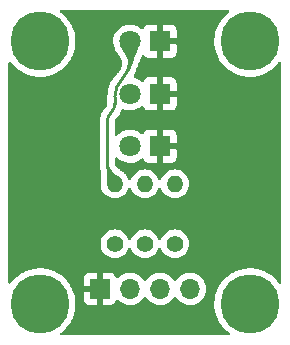
<source format=gbr>
%TF.GenerationSoftware,KiCad,Pcbnew,6.0.5-a6ca702e91~116~ubuntu20.04.1*%
%TF.CreationDate,2022-05-07T15:00:13+03:00*%
%TF.ProjectId,traffic_light_for_arduino,74726166-6669-4635-9f6c-696768745f66,rev?*%
%TF.SameCoordinates,Original*%
%TF.FileFunction,Copper,L2,Bot*%
%TF.FilePolarity,Positive*%
%FSLAX46Y46*%
G04 Gerber Fmt 4.6, Leading zero omitted, Abs format (unit mm)*
G04 Created by KiCad (PCBNEW 6.0.5-a6ca702e91~116~ubuntu20.04.1) date 2022-05-07 15:00:13*
%MOMM*%
%LPD*%
G01*
G04 APERTURE LIST*
%TA.AperFunction,ComponentPad*%
%ADD10C,1.400000*%
%TD*%
%TA.AperFunction,ComponentPad*%
%ADD11O,1.400000X1.400000*%
%TD*%
%TA.AperFunction,ComponentPad*%
%ADD12C,5.000000*%
%TD*%
%TA.AperFunction,ComponentPad*%
%ADD13R,1.800000X1.800000*%
%TD*%
%TA.AperFunction,ComponentPad*%
%ADD14C,1.800000*%
%TD*%
%TA.AperFunction,ComponentPad*%
%ADD15R,1.700000X1.700000*%
%TD*%
%TA.AperFunction,ComponentPad*%
%ADD16O,1.700000X1.700000*%
%TD*%
%TA.AperFunction,Conductor*%
%ADD17C,0.250000*%
%TD*%
G04 APERTURE END LIST*
D10*
%TO.P,R3,1*%
%TO.N,Net-(J1-Pad4)*%
X151130000Y-104140000D03*
D11*
%TO.P,R3,2*%
%TO.N,Net-(D3-Pad2)*%
X151130000Y-99060000D03*
%TD*%
D12*
%TO.P,H4,1*%
%TO.N,N/C*%
X157480000Y-86995000D03*
%TD*%
%TO.P,H3,1*%
%TO.N,N/C*%
X139700000Y-86995000D03*
%TD*%
D13*
%TO.P,D3,1,K*%
%TO.N,Net-(D1-Pad1)*%
X149860000Y-95885000D03*
D14*
%TO.P,D3,2,A*%
%TO.N,Net-(D3-Pad2)*%
X147320000Y-95885000D03*
%TD*%
D13*
%TO.P,D2,1,K*%
%TO.N,Net-(D1-Pad1)*%
X149860000Y-91440000D03*
D14*
%TO.P,D2,2,A*%
%TO.N,Net-(D2-Pad2)*%
X147320000Y-91440000D03*
%TD*%
D10*
%TO.P,R2,1*%
%TO.N,Net-(J1-Pad3)*%
X148590000Y-104140000D03*
D11*
%TO.P,R2,2*%
%TO.N,Net-(D2-Pad2)*%
X148590000Y-99060000D03*
%TD*%
D12*
%TO.P,H2,1*%
%TO.N,N/C*%
X139700000Y-109220000D03*
%TD*%
%TO.P,H1,1*%
%TO.N,N/C*%
X157480000Y-109220000D03*
%TD*%
D10*
%TO.P,R1,1*%
%TO.N,Net-(J1-Pad2)*%
X146050000Y-104140000D03*
D11*
%TO.P,R1,2*%
%TO.N,Net-(D1-Pad2)*%
X146050000Y-99060000D03*
%TD*%
D13*
%TO.P,D1,1,K*%
%TO.N,Net-(D1-Pad1)*%
X149860000Y-86995000D03*
D14*
%TO.P,D1,2,A*%
%TO.N,Net-(D1-Pad2)*%
X147320000Y-86995000D03*
%TD*%
D15*
%TO.P,J1,1,Pin_1*%
%TO.N,Net-(D1-Pad1)*%
X144780000Y-107950000D03*
D16*
%TO.P,J1,2,Pin_2*%
%TO.N,Net-(J1-Pad2)*%
X147320000Y-107950000D03*
%TO.P,J1,3,Pin_3*%
%TO.N,Net-(J1-Pad3)*%
X149860000Y-107950000D03*
%TO.P,J1,4,Pin_4*%
%TO.N,Net-(J1-Pad4)*%
X152400000Y-107950000D03*
%TD*%
D17*
%TO.N,Net-(D1-Pad2)*%
X145415000Y-97340987D02*
X145415000Y-93794012D01*
X146050000Y-92260987D02*
X146050000Y-91703025D01*
X146050000Y-98742500D02*
X146050000Y-99060000D01*
X147320000Y-88636974D02*
X147320000Y-86995000D01*
X145732500Y-98107500D02*
X145825493Y-98200493D01*
X146050011Y-91703025D02*
G75*
G02*
X146685000Y-90170000I2167989J25D01*
G01*
X146685008Y-90170008D02*
G75*
G03*
X147320000Y-88636974I-1533008J1533008D01*
G01*
X146050003Y-98742500D02*
G75*
G03*
X145825492Y-98200494I-766503J0D01*
G01*
X145732496Y-98107504D02*
G75*
G02*
X145415000Y-97340987I766504J766504D01*
G01*
X145415006Y-93794012D02*
G75*
G02*
X145732500Y-93027500I1083994J12D01*
G01*
X145732504Y-93027504D02*
G75*
G03*
X146050000Y-92260987I-766504J766504D01*
G01*
%TD*%
%TA.AperFunction,Conductor*%
%TO.N,Net-(D1-Pad2)*%
G36*
X147328433Y-86553769D02*
G01*
X148124418Y-87381496D01*
X148127683Y-87389835D01*
X148126572Y-87394586D01*
X148008336Y-87645921D01*
X147910400Y-87868676D01*
X147830101Y-88065585D01*
X147761350Y-88246665D01*
X147698054Y-88421934D01*
X147651184Y-88553521D01*
X147634155Y-88601328D01*
X147634125Y-88601411D01*
X147563498Y-88795037D01*
X147563432Y-88795213D01*
X147480045Y-89012944D01*
X147479960Y-89013160D01*
X147377662Y-89265176D01*
X147377571Y-89265393D01*
X147294436Y-89458912D01*
X147254914Y-89550909D01*
X147248500Y-89557158D01*
X147239445Y-89556997D01*
X147031579Y-89465384D01*
X147025391Y-89458912D01*
X147025333Y-89450599D01*
X147122927Y-89188351D01*
X147173168Y-88951585D01*
X147177303Y-88795213D01*
X147178678Y-88743215D01*
X147178678Y-88743213D01*
X147178693Y-88742641D01*
X147145986Y-88553521D01*
X147081532Y-88376228D01*
X146991814Y-88202767D01*
X146883318Y-88025141D01*
X146762589Y-87835450D01*
X146762459Y-87835240D01*
X146636101Y-87625694D01*
X146635777Y-87625122D01*
X146513956Y-87394780D01*
X146513118Y-87385864D01*
X146515866Y-87381200D01*
X147311567Y-86553769D01*
X147319771Y-86550181D01*
X147328433Y-86553769D01*
G37*
%TD.AperFunction*%
%TD*%
%TA.AperFunction,Conductor*%
%TO.N,Net-(D1-Pad2)*%
G36*
X145547201Y-97478242D02*
G01*
X145551604Y-97485151D01*
X145592298Y-97676458D01*
X145592483Y-97676918D01*
X145592484Y-97676922D01*
X145626259Y-97761003D01*
X145655565Y-97833961D01*
X145655891Y-97834454D01*
X145655893Y-97834457D01*
X145736219Y-97955765D01*
X145736541Y-97956251D01*
X145832633Y-98052590D01*
X145941246Y-98132240D01*
X145941450Y-98132364D01*
X145941454Y-98132367D01*
X146059786Y-98204462D01*
X146059788Y-98204463D01*
X146185430Y-98278383D01*
X146185887Y-98278666D01*
X146315823Y-98363375D01*
X146316712Y-98364016D01*
X146448473Y-98468729D01*
X146449554Y-98469703D01*
X146575254Y-98598074D01*
X146578593Y-98606383D01*
X146577116Y-98611951D01*
X146145166Y-99387799D01*
X146138148Y-99393361D01*
X146128858Y-99392100D01*
X145369852Y-98929772D01*
X145364569Y-98922542D01*
X145364418Y-98917738D01*
X145392988Y-98756583D01*
X145393013Y-98756444D01*
X145412017Y-98611091D01*
X145412030Y-98610914D01*
X145421129Y-98483134D01*
X145421130Y-98483119D01*
X145421144Y-98482916D01*
X145421505Y-98365285D01*
X145421383Y-98363375D01*
X145414221Y-98251718D01*
X145414211Y-98251560D01*
X145400371Y-98135105D01*
X145381096Y-98009286D01*
X145357503Y-97867502D01*
X145357512Y-97867463D01*
X145357497Y-97867465D01*
X145352115Y-97834457D01*
X145330684Y-97703008D01*
X145303510Y-97520949D01*
X145305678Y-97512261D01*
X145313454Y-97507636D01*
X145473419Y-97485152D01*
X145538533Y-97476000D01*
X145547201Y-97478242D01*
G37*
%TD.AperFunction*%
%TD*%
%TA.AperFunction,Conductor*%
%TO.N,Net-(D1-Pad1)*%
G36*
X155705768Y-84348502D02*
G01*
X155752261Y-84402158D01*
X155762365Y-84472432D01*
X155732871Y-84537012D01*
X155716427Y-84552834D01*
X155463509Y-84755459D01*
X155219466Y-85002071D01*
X155217225Y-85004929D01*
X155160732Y-85076978D01*
X155005386Y-85275098D01*
X155003493Y-85278187D01*
X155003491Y-85278190D01*
X154957233Y-85353676D01*
X154824105Y-85570921D01*
X154822580Y-85574206D01*
X154822578Y-85574210D01*
X154762262Y-85704150D01*
X154678027Y-85885620D01*
X154569087Y-86215023D01*
X154568351Y-86218578D01*
X154568350Y-86218581D01*
X154501884Y-86539533D01*
X154498730Y-86554764D01*
X154467888Y-86900341D01*
X154467983Y-86903971D01*
X154467983Y-86903972D01*
X154470356Y-86994602D01*
X154476970Y-87247171D01*
X154525856Y-87590660D01*
X154613897Y-87926253D01*
X154739927Y-88249503D01*
X154741624Y-88252708D01*
X154875113Y-88504825D01*
X154902275Y-88556126D01*
X154904325Y-88559109D01*
X154904327Y-88559112D01*
X155096733Y-88839064D01*
X155096739Y-88839071D01*
X155098790Y-88842056D01*
X155326866Y-89103505D01*
X155329551Y-89105948D01*
X155539268Y-89296775D01*
X155583481Y-89337006D01*
X155865233Y-89539466D01*
X156168388Y-89708200D01*
X156488928Y-89840972D01*
X156492422Y-89841967D01*
X156492424Y-89841968D01*
X156819103Y-89935025D01*
X156819108Y-89935026D01*
X156822604Y-89936022D01*
X157019304Y-89968233D01*
X157161412Y-89991504D01*
X157161419Y-89991505D01*
X157164993Y-89992090D01*
X157338275Y-90000262D01*
X157507931Y-90008263D01*
X157507932Y-90008263D01*
X157511558Y-90008434D01*
X157520415Y-90007830D01*
X157854073Y-89985084D01*
X157854081Y-89985083D01*
X157857704Y-89984836D01*
X157861279Y-89984173D01*
X157861282Y-89984173D01*
X158195279Y-89922270D01*
X158195283Y-89922269D01*
X158198844Y-89921609D01*
X158530456Y-89819592D01*
X158848145Y-89680136D01*
X159092511Y-89537341D01*
X159144560Y-89506926D01*
X159144562Y-89506925D01*
X159147700Y-89505091D01*
X159209811Y-89458457D01*
X159422244Y-89298958D01*
X159422248Y-89298955D01*
X159425151Y-89296775D01*
X159676819Y-89057950D01*
X159899370Y-88791783D01*
X159901358Y-88788757D01*
X159901363Y-88788750D01*
X159915188Y-88767703D01*
X159969305Y-88721748D01*
X160039676Y-88712347D01*
X160103959Y-88742483D01*
X160141745Y-88802590D01*
X160146500Y-88836879D01*
X160146500Y-107383653D01*
X160126498Y-107451774D01*
X160072842Y-107498267D01*
X160002568Y-107508371D01*
X159937988Y-107478877D01*
X159918953Y-107458247D01*
X159861419Y-107379924D01*
X159802018Y-107299060D01*
X159565842Y-107044904D01*
X159302019Y-106819578D01*
X159264131Y-106794118D01*
X159114182Y-106693357D01*
X159014047Y-106626069D01*
X158948759Y-106592371D01*
X158708961Y-106468602D01*
X158705741Y-106466940D01*
X158381189Y-106344302D01*
X158377668Y-106343418D01*
X158377663Y-106343416D01*
X158216378Y-106302904D01*
X158044692Y-106259780D01*
X158022476Y-106256855D01*
X157704315Y-106214968D01*
X157704307Y-106214967D01*
X157700711Y-106214494D01*
X157556045Y-106212221D01*
X157357446Y-106209101D01*
X157357442Y-106209101D01*
X157353804Y-106209044D01*
X157350190Y-106209405D01*
X157350184Y-106209405D01*
X157106843Y-106233694D01*
X157008569Y-106243503D01*
X156669583Y-106317414D01*
X156666156Y-106318587D01*
X156666150Y-106318589D01*
X156587296Y-106345587D01*
X156341339Y-106429797D01*
X156028188Y-106579163D01*
X156025109Y-106581094D01*
X156025108Y-106581095D01*
X156007136Y-106592369D01*
X155734279Y-106763532D01*
X155731443Y-106765804D01*
X155731436Y-106765809D01*
X155529575Y-106927530D01*
X155463509Y-106980459D01*
X155219466Y-107227071D01*
X155217225Y-107229929D01*
X155160732Y-107301978D01*
X155005386Y-107500098D01*
X155003493Y-107503187D01*
X155003491Y-107503190D01*
X154957233Y-107578676D01*
X154824105Y-107795921D01*
X154822580Y-107799206D01*
X154822578Y-107799210D01*
X154783505Y-107883386D01*
X154678027Y-108110620D01*
X154569087Y-108440023D01*
X154568351Y-108443578D01*
X154568350Y-108443581D01*
X154550793Y-108528360D01*
X154498730Y-108779764D01*
X154467888Y-109125341D01*
X154467983Y-109128971D01*
X154467983Y-109128972D01*
X154470345Y-109219174D01*
X154476970Y-109472171D01*
X154525856Y-109815660D01*
X154613897Y-110151253D01*
X154739927Y-110474503D01*
X154741624Y-110477708D01*
X154875113Y-110729825D01*
X154902275Y-110781126D01*
X154904325Y-110784109D01*
X154904327Y-110784112D01*
X155096733Y-111064064D01*
X155096739Y-111064071D01*
X155098790Y-111067056D01*
X155326866Y-111328505D01*
X155329551Y-111330948D01*
X155539268Y-111521775D01*
X155583481Y-111562006D01*
X155586433Y-111564127D01*
X155717318Y-111658178D01*
X155760966Y-111714172D01*
X155767412Y-111784876D01*
X155734609Y-111847840D01*
X155672973Y-111883074D01*
X155643792Y-111886500D01*
X141537052Y-111886500D01*
X141468931Y-111866498D01*
X141422438Y-111812842D01*
X141412334Y-111742568D01*
X141441828Y-111677988D01*
X141461399Y-111659740D01*
X141642244Y-111523958D01*
X141642248Y-111523955D01*
X141645151Y-111521775D01*
X141896819Y-111282950D01*
X142119370Y-111016783D01*
X142309853Y-110726799D01*
X142438446Y-110471121D01*
X142464117Y-110420080D01*
X142464120Y-110420072D01*
X142465744Y-110416844D01*
X142584977Y-110091026D01*
X142585822Y-110087504D01*
X142585825Y-110087496D01*
X142665124Y-109757191D01*
X142665125Y-109757187D01*
X142665971Y-109753662D01*
X142700035Y-109472171D01*
X142707316Y-109412004D01*
X142707316Y-109411997D01*
X142707652Y-109409225D01*
X142713599Y-109220000D01*
X142711315Y-109180386D01*
X142693836Y-108877246D01*
X142693835Y-108877241D01*
X142693627Y-108873626D01*
X142688573Y-108844669D01*
X143422001Y-108844669D01*
X143422371Y-108851490D01*
X143427895Y-108902352D01*
X143431521Y-108917604D01*
X143476676Y-109038054D01*
X143485214Y-109053649D01*
X143561715Y-109155724D01*
X143574276Y-109168285D01*
X143676351Y-109244786D01*
X143691946Y-109253324D01*
X143812394Y-109298478D01*
X143827649Y-109302105D01*
X143878514Y-109307631D01*
X143885328Y-109308000D01*
X144507885Y-109308000D01*
X144523124Y-109303525D01*
X144524329Y-109302135D01*
X144526000Y-109294452D01*
X144526000Y-109289884D01*
X145034000Y-109289884D01*
X145038475Y-109305123D01*
X145039865Y-109306328D01*
X145047548Y-109307999D01*
X145674669Y-109307999D01*
X145681490Y-109307629D01*
X145732352Y-109302105D01*
X145747604Y-109298479D01*
X145868054Y-109253324D01*
X145883649Y-109244786D01*
X145985724Y-109168285D01*
X145998285Y-109155724D01*
X146074786Y-109053649D01*
X146083324Y-109038054D01*
X146124225Y-108928952D01*
X146166867Y-108872188D01*
X146233428Y-108847488D01*
X146302777Y-108862696D01*
X146337444Y-108890684D01*
X146362865Y-108920031D01*
X146362869Y-108920035D01*
X146366250Y-108923938D01*
X146538126Y-109066632D01*
X146731000Y-109179338D01*
X146939692Y-109259030D01*
X146944760Y-109260061D01*
X146944763Y-109260062D01*
X147052017Y-109281883D01*
X147158597Y-109303567D01*
X147163772Y-109303757D01*
X147163774Y-109303757D01*
X147376673Y-109311564D01*
X147376677Y-109311564D01*
X147381837Y-109311753D01*
X147386957Y-109311097D01*
X147386959Y-109311097D01*
X147598288Y-109284025D01*
X147598289Y-109284025D01*
X147603416Y-109283368D01*
X147608366Y-109281883D01*
X147812429Y-109220661D01*
X147812434Y-109220659D01*
X147817384Y-109219174D01*
X148017994Y-109120896D01*
X148199860Y-108991173D01*
X148358096Y-108833489D01*
X148488453Y-108652077D01*
X148489776Y-108653028D01*
X148536645Y-108609857D01*
X148606580Y-108597625D01*
X148672026Y-108625144D01*
X148699875Y-108656994D01*
X148759987Y-108755088D01*
X148906250Y-108923938D01*
X149078126Y-109066632D01*
X149271000Y-109179338D01*
X149479692Y-109259030D01*
X149484760Y-109260061D01*
X149484763Y-109260062D01*
X149592017Y-109281883D01*
X149698597Y-109303567D01*
X149703772Y-109303757D01*
X149703774Y-109303757D01*
X149916673Y-109311564D01*
X149916677Y-109311564D01*
X149921837Y-109311753D01*
X149926957Y-109311097D01*
X149926959Y-109311097D01*
X150138288Y-109284025D01*
X150138289Y-109284025D01*
X150143416Y-109283368D01*
X150148366Y-109281883D01*
X150352429Y-109220661D01*
X150352434Y-109220659D01*
X150357384Y-109219174D01*
X150557994Y-109120896D01*
X150739860Y-108991173D01*
X150898096Y-108833489D01*
X151028453Y-108652077D01*
X151029776Y-108653028D01*
X151076645Y-108609857D01*
X151146580Y-108597625D01*
X151212026Y-108625144D01*
X151239875Y-108656994D01*
X151299987Y-108755088D01*
X151446250Y-108923938D01*
X151618126Y-109066632D01*
X151811000Y-109179338D01*
X152019692Y-109259030D01*
X152024760Y-109260061D01*
X152024763Y-109260062D01*
X152132017Y-109281883D01*
X152238597Y-109303567D01*
X152243772Y-109303757D01*
X152243774Y-109303757D01*
X152456673Y-109311564D01*
X152456677Y-109311564D01*
X152461837Y-109311753D01*
X152466957Y-109311097D01*
X152466959Y-109311097D01*
X152678288Y-109284025D01*
X152678289Y-109284025D01*
X152683416Y-109283368D01*
X152688366Y-109281883D01*
X152892429Y-109220661D01*
X152892434Y-109220659D01*
X152897384Y-109219174D01*
X153097994Y-109120896D01*
X153279860Y-108991173D01*
X153438096Y-108833489D01*
X153568453Y-108652077D01*
X153589320Y-108609857D01*
X153665136Y-108456453D01*
X153665137Y-108456451D01*
X153667430Y-108451811D01*
X153732370Y-108238069D01*
X153761529Y-108016590D01*
X153763156Y-107950000D01*
X153744852Y-107727361D01*
X153690431Y-107510702D01*
X153601354Y-107305840D01*
X153480014Y-107118277D01*
X153329670Y-106953051D01*
X153325619Y-106949852D01*
X153325615Y-106949848D01*
X153158414Y-106817800D01*
X153158410Y-106817798D01*
X153154359Y-106814598D01*
X152958789Y-106706638D01*
X152953920Y-106704914D01*
X152953916Y-106704912D01*
X152753087Y-106633795D01*
X152753083Y-106633794D01*
X152748212Y-106632069D01*
X152743119Y-106631162D01*
X152743116Y-106631161D01*
X152533373Y-106593800D01*
X152533367Y-106593799D01*
X152528284Y-106592894D01*
X152454452Y-106591992D01*
X152310081Y-106590228D01*
X152310079Y-106590228D01*
X152304911Y-106590165D01*
X152084091Y-106623955D01*
X151871756Y-106693357D01*
X151673607Y-106796507D01*
X151669474Y-106799610D01*
X151669471Y-106799612D01*
X151586450Y-106861946D01*
X151494965Y-106930635D01*
X151340629Y-107092138D01*
X151233201Y-107249621D01*
X151178293Y-107294621D01*
X151107768Y-107302792D01*
X151044021Y-107271538D01*
X151023324Y-107247054D01*
X150942822Y-107122617D01*
X150942820Y-107122614D01*
X150940014Y-107118277D01*
X150789670Y-106953051D01*
X150785619Y-106949852D01*
X150785615Y-106949848D01*
X150618414Y-106817800D01*
X150618410Y-106817798D01*
X150614359Y-106814598D01*
X150418789Y-106706638D01*
X150413920Y-106704914D01*
X150413916Y-106704912D01*
X150213087Y-106633795D01*
X150213083Y-106633794D01*
X150208212Y-106632069D01*
X150203119Y-106631162D01*
X150203116Y-106631161D01*
X149993373Y-106593800D01*
X149993367Y-106593799D01*
X149988284Y-106592894D01*
X149914452Y-106591992D01*
X149770081Y-106590228D01*
X149770079Y-106590228D01*
X149764911Y-106590165D01*
X149544091Y-106623955D01*
X149331756Y-106693357D01*
X149133607Y-106796507D01*
X149129474Y-106799610D01*
X149129471Y-106799612D01*
X149046450Y-106861946D01*
X148954965Y-106930635D01*
X148800629Y-107092138D01*
X148693201Y-107249621D01*
X148638293Y-107294621D01*
X148567768Y-107302792D01*
X148504021Y-107271538D01*
X148483324Y-107247054D01*
X148402822Y-107122617D01*
X148402820Y-107122614D01*
X148400014Y-107118277D01*
X148249670Y-106953051D01*
X148245619Y-106949852D01*
X148245615Y-106949848D01*
X148078414Y-106817800D01*
X148078410Y-106817798D01*
X148074359Y-106814598D01*
X147878789Y-106706638D01*
X147873920Y-106704914D01*
X147873916Y-106704912D01*
X147673087Y-106633795D01*
X147673083Y-106633794D01*
X147668212Y-106632069D01*
X147663119Y-106631162D01*
X147663116Y-106631161D01*
X147453373Y-106593800D01*
X147453367Y-106593799D01*
X147448284Y-106592894D01*
X147374452Y-106591992D01*
X147230081Y-106590228D01*
X147230079Y-106590228D01*
X147224911Y-106590165D01*
X147004091Y-106623955D01*
X146791756Y-106693357D01*
X146593607Y-106796507D01*
X146589474Y-106799610D01*
X146589471Y-106799612D01*
X146506450Y-106861946D01*
X146414965Y-106930635D01*
X146411393Y-106934373D01*
X146333898Y-107015466D01*
X146272374Y-107050895D01*
X146201462Y-107047438D01*
X146143676Y-107006192D01*
X146124823Y-106972644D01*
X146083324Y-106861946D01*
X146074786Y-106846351D01*
X145998285Y-106744276D01*
X145985724Y-106731715D01*
X145883649Y-106655214D01*
X145868054Y-106646676D01*
X145747606Y-106601522D01*
X145732351Y-106597895D01*
X145681486Y-106592369D01*
X145674672Y-106592000D01*
X145052115Y-106592000D01*
X145036876Y-106596475D01*
X145035671Y-106597865D01*
X145034000Y-106605548D01*
X145034000Y-109289884D01*
X144526000Y-109289884D01*
X144526000Y-108222115D01*
X144521525Y-108206876D01*
X144520135Y-108205671D01*
X144512452Y-108204000D01*
X143440116Y-108204000D01*
X143424877Y-108208475D01*
X143423672Y-108209865D01*
X143422001Y-108217548D01*
X143422001Y-108844669D01*
X142688573Y-108844669D01*
X142655819Y-108656994D01*
X142634600Y-108535415D01*
X142634598Y-108535408D01*
X142633976Y-108531842D01*
X142535437Y-108199180D01*
X142429153Y-107950000D01*
X142400740Y-107883386D01*
X142400738Y-107883383D01*
X142399316Y-107880048D01*
X142349569Y-107792831D01*
X142284005Y-107677885D01*
X143422000Y-107677885D01*
X143426475Y-107693124D01*
X143427865Y-107694329D01*
X143435548Y-107696000D01*
X144507885Y-107696000D01*
X144523124Y-107691525D01*
X144524329Y-107690135D01*
X144526000Y-107682452D01*
X144526000Y-106610116D01*
X144521525Y-106594877D01*
X144520135Y-106593672D01*
X144512452Y-106592001D01*
X143885331Y-106592001D01*
X143878510Y-106592371D01*
X143827648Y-106597895D01*
X143812396Y-106601521D01*
X143691946Y-106646676D01*
X143676351Y-106655214D01*
X143574276Y-106731715D01*
X143561715Y-106744276D01*
X143485214Y-106846351D01*
X143476676Y-106861946D01*
X143431522Y-106982394D01*
X143427895Y-106997649D01*
X143422369Y-107048514D01*
X143422000Y-107055328D01*
X143422000Y-107677885D01*
X142284005Y-107677885D01*
X142229208Y-107581816D01*
X142227417Y-107578676D01*
X142022018Y-107299060D01*
X141785842Y-107044904D01*
X141522019Y-106819578D01*
X141484131Y-106794118D01*
X141334182Y-106693357D01*
X141234047Y-106626069D01*
X141168759Y-106592371D01*
X140928961Y-106468602D01*
X140925741Y-106466940D01*
X140601189Y-106344302D01*
X140597668Y-106343418D01*
X140597663Y-106343416D01*
X140436378Y-106302904D01*
X140264692Y-106259780D01*
X140242476Y-106256855D01*
X139924315Y-106214968D01*
X139924307Y-106214967D01*
X139920711Y-106214494D01*
X139776045Y-106212221D01*
X139577446Y-106209101D01*
X139577442Y-106209101D01*
X139573804Y-106209044D01*
X139570190Y-106209405D01*
X139570184Y-106209405D01*
X139326843Y-106233694D01*
X139228569Y-106243503D01*
X138889583Y-106317414D01*
X138886156Y-106318587D01*
X138886150Y-106318589D01*
X138807296Y-106345587D01*
X138561339Y-106429797D01*
X138248188Y-106579163D01*
X138245109Y-106581094D01*
X138245108Y-106581095D01*
X138227136Y-106592369D01*
X137954279Y-106763532D01*
X137951443Y-106765804D01*
X137951436Y-106765809D01*
X137749575Y-106927530D01*
X137683509Y-106980459D01*
X137439466Y-107227071D01*
X137437225Y-107229929D01*
X137258654Y-107457670D01*
X137200881Y-107498935D01*
X137129969Y-107502415D01*
X137068434Y-107467004D01*
X137035811Y-107403947D01*
X137033500Y-107379924D01*
X137033500Y-104140000D01*
X144836884Y-104140000D01*
X144855314Y-104350655D01*
X144910044Y-104554910D01*
X144999411Y-104746558D01*
X145120699Y-104919776D01*
X145270224Y-105069301D01*
X145443442Y-105190589D01*
X145448420Y-105192910D01*
X145448423Y-105192912D01*
X145630108Y-105277633D01*
X145635090Y-105279956D01*
X145640398Y-105281378D01*
X145640400Y-105281379D01*
X145834030Y-105333262D01*
X145834032Y-105333262D01*
X145839345Y-105334686D01*
X146050000Y-105353116D01*
X146260655Y-105334686D01*
X146265968Y-105333262D01*
X146265970Y-105333262D01*
X146459600Y-105281379D01*
X146459602Y-105281378D01*
X146464910Y-105279956D01*
X146469892Y-105277633D01*
X146651577Y-105192912D01*
X146651580Y-105192910D01*
X146656558Y-105190589D01*
X146829776Y-105069301D01*
X146979301Y-104919776D01*
X147100589Y-104746558D01*
X147189956Y-104554910D01*
X147198293Y-104523796D01*
X147235245Y-104463173D01*
X147299106Y-104432152D01*
X147369600Y-104440580D01*
X147424347Y-104485783D01*
X147441707Y-104523796D01*
X147450044Y-104554910D01*
X147539411Y-104746558D01*
X147660699Y-104919776D01*
X147810224Y-105069301D01*
X147983442Y-105190589D01*
X147988420Y-105192910D01*
X147988423Y-105192912D01*
X148170108Y-105277633D01*
X148175090Y-105279956D01*
X148180398Y-105281378D01*
X148180400Y-105281379D01*
X148374030Y-105333262D01*
X148374032Y-105333262D01*
X148379345Y-105334686D01*
X148590000Y-105353116D01*
X148800655Y-105334686D01*
X148805968Y-105333262D01*
X148805970Y-105333262D01*
X148999600Y-105281379D01*
X148999602Y-105281378D01*
X149004910Y-105279956D01*
X149009892Y-105277633D01*
X149191577Y-105192912D01*
X149191580Y-105192910D01*
X149196558Y-105190589D01*
X149369776Y-105069301D01*
X149519301Y-104919776D01*
X149640589Y-104746558D01*
X149729956Y-104554910D01*
X149738293Y-104523796D01*
X149775245Y-104463173D01*
X149839106Y-104432152D01*
X149909600Y-104440580D01*
X149964347Y-104485783D01*
X149981707Y-104523796D01*
X149990044Y-104554910D01*
X150079411Y-104746558D01*
X150200699Y-104919776D01*
X150350224Y-105069301D01*
X150523442Y-105190589D01*
X150528420Y-105192910D01*
X150528423Y-105192912D01*
X150710108Y-105277633D01*
X150715090Y-105279956D01*
X150720398Y-105281378D01*
X150720400Y-105281379D01*
X150914030Y-105333262D01*
X150914032Y-105333262D01*
X150919345Y-105334686D01*
X151130000Y-105353116D01*
X151340655Y-105334686D01*
X151345968Y-105333262D01*
X151345970Y-105333262D01*
X151539600Y-105281379D01*
X151539602Y-105281378D01*
X151544910Y-105279956D01*
X151549892Y-105277633D01*
X151731577Y-105192912D01*
X151731580Y-105192910D01*
X151736558Y-105190589D01*
X151909776Y-105069301D01*
X152059301Y-104919776D01*
X152180589Y-104746558D01*
X152269956Y-104554910D01*
X152324686Y-104350655D01*
X152343116Y-104140000D01*
X152324686Y-103929345D01*
X152269956Y-103725090D01*
X152180589Y-103533442D01*
X152059301Y-103360224D01*
X151909776Y-103210699D01*
X151736558Y-103089411D01*
X151731580Y-103087090D01*
X151731577Y-103087088D01*
X151549892Y-103002367D01*
X151549891Y-103002366D01*
X151544910Y-103000044D01*
X151539602Y-102998622D01*
X151539600Y-102998621D01*
X151345970Y-102946738D01*
X151345968Y-102946738D01*
X151340655Y-102945314D01*
X151130000Y-102926884D01*
X150919345Y-102945314D01*
X150914032Y-102946738D01*
X150914030Y-102946738D01*
X150720400Y-102998621D01*
X150720398Y-102998622D01*
X150715090Y-103000044D01*
X150710109Y-103002366D01*
X150710108Y-103002367D01*
X150528423Y-103087088D01*
X150528420Y-103087090D01*
X150523442Y-103089411D01*
X150350224Y-103210699D01*
X150200699Y-103360224D01*
X150079411Y-103533442D01*
X149990044Y-103725090D01*
X149988622Y-103730398D01*
X149988621Y-103730400D01*
X149981707Y-103756204D01*
X149944755Y-103816827D01*
X149880894Y-103847848D01*
X149810400Y-103839420D01*
X149755653Y-103794217D01*
X149738293Y-103756204D01*
X149731379Y-103730400D01*
X149731378Y-103730398D01*
X149729956Y-103725090D01*
X149640589Y-103533442D01*
X149519301Y-103360224D01*
X149369776Y-103210699D01*
X149196558Y-103089411D01*
X149191580Y-103087090D01*
X149191577Y-103087088D01*
X149009892Y-103002367D01*
X149009891Y-103002366D01*
X149004910Y-103000044D01*
X148999602Y-102998622D01*
X148999600Y-102998621D01*
X148805970Y-102946738D01*
X148805968Y-102946738D01*
X148800655Y-102945314D01*
X148590000Y-102926884D01*
X148379345Y-102945314D01*
X148374032Y-102946738D01*
X148374030Y-102946738D01*
X148180400Y-102998621D01*
X148180398Y-102998622D01*
X148175090Y-103000044D01*
X148170109Y-103002366D01*
X148170108Y-103002367D01*
X147988423Y-103087088D01*
X147988420Y-103087090D01*
X147983442Y-103089411D01*
X147810224Y-103210699D01*
X147660699Y-103360224D01*
X147539411Y-103533442D01*
X147450044Y-103725090D01*
X147448622Y-103730398D01*
X147448621Y-103730400D01*
X147441707Y-103756204D01*
X147404755Y-103816827D01*
X147340894Y-103847848D01*
X147270400Y-103839420D01*
X147215653Y-103794217D01*
X147198293Y-103756204D01*
X147191379Y-103730400D01*
X147191378Y-103730398D01*
X147189956Y-103725090D01*
X147100589Y-103533442D01*
X146979301Y-103360224D01*
X146829776Y-103210699D01*
X146656558Y-103089411D01*
X146651580Y-103087090D01*
X146651577Y-103087088D01*
X146469892Y-103002367D01*
X146469891Y-103002366D01*
X146464910Y-103000044D01*
X146459602Y-102998622D01*
X146459600Y-102998621D01*
X146265970Y-102946738D01*
X146265968Y-102946738D01*
X146260655Y-102945314D01*
X146050000Y-102926884D01*
X145839345Y-102945314D01*
X145834032Y-102946738D01*
X145834030Y-102946738D01*
X145640400Y-102998621D01*
X145640398Y-102998622D01*
X145635090Y-103000044D01*
X145630109Y-103002366D01*
X145630108Y-103002367D01*
X145448423Y-103087088D01*
X145448420Y-103087090D01*
X145443442Y-103089411D01*
X145270224Y-103210699D01*
X145120699Y-103360224D01*
X144999411Y-103533442D01*
X144910044Y-103725090D01*
X144855314Y-103929345D01*
X144836884Y-104140000D01*
X137033500Y-104140000D01*
X137033500Y-97340979D01*
X144776847Y-97340979D01*
X144778545Y-97355008D01*
X144779185Y-97361878D01*
X144792538Y-97565643D01*
X144793342Y-97569686D01*
X144793881Y-97573781D01*
X144793687Y-97573806D01*
X144795101Y-97587780D01*
X144795267Y-97587767D01*
X144795612Y-97592246D01*
X144795636Y-97596754D01*
X144796302Y-97601214D01*
X144820582Y-97763883D01*
X144822810Y-97778813D01*
X144823876Y-97785636D01*
X144823936Y-97786004D01*
X144845307Y-97917085D01*
X144845308Y-97917093D01*
X144850690Y-97950101D01*
X144850643Y-97950109D01*
X144850885Y-97951803D01*
X144850968Y-97951789D01*
X144850968Y-97951790D01*
X144873670Y-98088215D01*
X144873889Y-98089532D01*
X144874138Y-98091091D01*
X144877207Y-98111121D01*
X144891155Y-98202172D01*
X144891727Y-98206382D01*
X144902252Y-98294941D01*
X144902875Y-98301746D01*
X144907684Y-98376727D01*
X144907941Y-98385178D01*
X144907713Y-98459583D01*
X144907396Y-98468147D01*
X144901154Y-98555805D01*
X144900409Y-98563190D01*
X144885728Y-98675477D01*
X144884856Y-98681137D01*
X144869484Y-98767848D01*
X144858802Y-98828100D01*
X144858568Y-98831349D01*
X144858164Y-98834594D01*
X144858036Y-98834578D01*
X144857162Y-98841624D01*
X144856738Y-98844030D01*
X144855314Y-98849345D01*
X144854835Y-98854818D01*
X144854835Y-98854819D01*
X144837363Y-99054525D01*
X144836884Y-99060000D01*
X144855314Y-99270655D01*
X144910044Y-99474910D01*
X144999411Y-99666558D01*
X145120699Y-99839776D01*
X145270224Y-99989301D01*
X145443442Y-100110589D01*
X145448420Y-100112910D01*
X145448423Y-100112912D01*
X145630108Y-100197633D01*
X145635090Y-100199956D01*
X145640398Y-100201378D01*
X145640400Y-100201379D01*
X145834030Y-100253262D01*
X145834032Y-100253262D01*
X145839345Y-100254686D01*
X146050000Y-100273116D01*
X146260655Y-100254686D01*
X146265968Y-100253262D01*
X146265970Y-100253262D01*
X146459600Y-100201379D01*
X146459602Y-100201378D01*
X146464910Y-100199956D01*
X146469892Y-100197633D01*
X146651577Y-100112912D01*
X146651580Y-100112910D01*
X146656558Y-100110589D01*
X146829776Y-99989301D01*
X146979301Y-99839776D01*
X147100589Y-99666558D01*
X147189956Y-99474910D01*
X147198293Y-99443796D01*
X147235245Y-99383173D01*
X147299106Y-99352152D01*
X147369600Y-99360580D01*
X147424347Y-99405783D01*
X147441707Y-99443796D01*
X147450044Y-99474910D01*
X147539411Y-99666558D01*
X147660699Y-99839776D01*
X147810224Y-99989301D01*
X147983442Y-100110589D01*
X147988420Y-100112910D01*
X147988423Y-100112912D01*
X148170108Y-100197633D01*
X148175090Y-100199956D01*
X148180398Y-100201378D01*
X148180400Y-100201379D01*
X148374030Y-100253262D01*
X148374032Y-100253262D01*
X148379345Y-100254686D01*
X148590000Y-100273116D01*
X148800655Y-100254686D01*
X148805968Y-100253262D01*
X148805970Y-100253262D01*
X148999600Y-100201379D01*
X148999602Y-100201378D01*
X149004910Y-100199956D01*
X149009892Y-100197633D01*
X149191577Y-100112912D01*
X149191580Y-100112910D01*
X149196558Y-100110589D01*
X149369776Y-99989301D01*
X149519301Y-99839776D01*
X149640589Y-99666558D01*
X149729956Y-99474910D01*
X149738293Y-99443796D01*
X149775245Y-99383173D01*
X149839106Y-99352152D01*
X149909600Y-99360580D01*
X149964347Y-99405783D01*
X149981707Y-99443796D01*
X149990044Y-99474910D01*
X150079411Y-99666558D01*
X150200699Y-99839776D01*
X150350224Y-99989301D01*
X150523442Y-100110589D01*
X150528420Y-100112910D01*
X150528423Y-100112912D01*
X150710108Y-100197633D01*
X150715090Y-100199956D01*
X150720398Y-100201378D01*
X150720400Y-100201379D01*
X150914030Y-100253262D01*
X150914032Y-100253262D01*
X150919345Y-100254686D01*
X151130000Y-100273116D01*
X151340655Y-100254686D01*
X151345968Y-100253262D01*
X151345970Y-100253262D01*
X151539600Y-100201379D01*
X151539602Y-100201378D01*
X151544910Y-100199956D01*
X151549892Y-100197633D01*
X151731577Y-100112912D01*
X151731580Y-100112910D01*
X151736558Y-100110589D01*
X151909776Y-99989301D01*
X152059301Y-99839776D01*
X152180589Y-99666558D01*
X152269956Y-99474910D01*
X152324686Y-99270655D01*
X152343116Y-99060000D01*
X152324686Y-98849345D01*
X152322010Y-98839359D01*
X152271379Y-98650400D01*
X152271378Y-98650398D01*
X152269956Y-98645090D01*
X152267633Y-98640108D01*
X152182912Y-98458423D01*
X152182910Y-98458420D01*
X152180589Y-98453442D01*
X152059301Y-98280224D01*
X151909776Y-98130699D01*
X151736558Y-98009411D01*
X151731580Y-98007090D01*
X151731577Y-98007088D01*
X151549892Y-97922367D01*
X151549891Y-97922366D01*
X151544910Y-97920044D01*
X151539602Y-97918622D01*
X151539600Y-97918621D01*
X151345970Y-97866738D01*
X151345968Y-97866738D01*
X151340655Y-97865314D01*
X151130000Y-97846884D01*
X150919345Y-97865314D01*
X150914032Y-97866738D01*
X150914030Y-97866738D01*
X150720400Y-97918621D01*
X150720398Y-97918622D01*
X150715090Y-97920044D01*
X150710109Y-97922366D01*
X150710108Y-97922367D01*
X150528423Y-98007088D01*
X150528420Y-98007090D01*
X150523442Y-98009411D01*
X150350224Y-98130699D01*
X150200699Y-98280224D01*
X150079411Y-98453442D01*
X150077090Y-98458420D01*
X150077088Y-98458423D01*
X149992367Y-98640108D01*
X149990044Y-98645090D01*
X149988622Y-98650398D01*
X149988621Y-98650400D01*
X149981707Y-98676204D01*
X149944755Y-98736827D01*
X149880894Y-98767848D01*
X149810400Y-98759420D01*
X149755653Y-98714217D01*
X149738293Y-98676204D01*
X149731379Y-98650400D01*
X149731378Y-98650398D01*
X149729956Y-98645090D01*
X149727633Y-98640108D01*
X149642912Y-98458423D01*
X149642910Y-98458420D01*
X149640589Y-98453442D01*
X149519301Y-98280224D01*
X149369776Y-98130699D01*
X149196558Y-98009411D01*
X149191580Y-98007090D01*
X149191577Y-98007088D01*
X149009892Y-97922367D01*
X149009891Y-97922366D01*
X149004910Y-97920044D01*
X148999602Y-97918622D01*
X148999600Y-97918621D01*
X148805970Y-97866738D01*
X148805968Y-97866738D01*
X148800655Y-97865314D01*
X148590000Y-97846884D01*
X148379345Y-97865314D01*
X148374032Y-97866738D01*
X148374030Y-97866738D01*
X148180400Y-97918621D01*
X148180398Y-97918622D01*
X148175090Y-97920044D01*
X148170109Y-97922366D01*
X148170108Y-97922367D01*
X147988423Y-98007088D01*
X147988420Y-98007090D01*
X147983442Y-98009411D01*
X147810224Y-98130699D01*
X147660699Y-98280224D01*
X147539411Y-98453442D01*
X147537090Y-98458420D01*
X147537088Y-98458423D01*
X147452367Y-98640108D01*
X147450044Y-98645090D01*
X147448622Y-98650398D01*
X147448621Y-98650400D01*
X147441707Y-98676204D01*
X147404755Y-98736827D01*
X147340894Y-98767848D01*
X147270400Y-98759420D01*
X147215653Y-98714217D01*
X147198293Y-98676204D01*
X147191379Y-98650400D01*
X147191378Y-98650398D01*
X147189956Y-98645090D01*
X147187633Y-98640108D01*
X147102912Y-98458423D01*
X147102910Y-98458420D01*
X147100589Y-98453442D01*
X146979301Y-98280224D01*
X146960653Y-98261576D01*
X146948092Y-98246925D01*
X146944811Y-98242445D01*
X146944807Y-98242441D01*
X146942150Y-98238812D01*
X146908341Y-98204284D01*
X146817116Y-98111121D01*
X146817111Y-98111116D01*
X146816450Y-98110441D01*
X146793282Y-98088215D01*
X146792201Y-98087241D01*
X146767958Y-98066719D01*
X146767201Y-98066117D01*
X146767181Y-98066101D01*
X146636748Y-97962444D01*
X146636197Y-97962006D01*
X146622705Y-97951790D01*
X146617586Y-97947914D01*
X146617563Y-97947897D01*
X146617036Y-97947498D01*
X146616147Y-97946857D01*
X146596257Y-97933214D01*
X146494289Y-97866738D01*
X146466575Y-97848670D01*
X146466511Y-97848629D01*
X146466321Y-97848505D01*
X146463771Y-97846884D01*
X146456510Y-97842270D01*
X146456496Y-97842261D01*
X146456236Y-97842096D01*
X146455779Y-97841813D01*
X146445819Y-97835800D01*
X146324414Y-97764373D01*
X146322749Y-97763376D01*
X146238127Y-97711819D01*
X146203725Y-97680924D01*
X146188443Y-97661008D01*
X146182519Y-97656262D01*
X146182512Y-97656255D01*
X146178858Y-97653328D01*
X146160242Y-97634929D01*
X146132293Y-97600873D01*
X146118570Y-97580335D01*
X146090887Y-97528543D01*
X146078767Y-97495364D01*
X146054874Y-97383043D01*
X146052123Y-97355505D01*
X146052126Y-97355213D01*
X146053118Y-97347678D01*
X146049261Y-97312738D01*
X146048500Y-97298913D01*
X146048500Y-96906388D01*
X146068502Y-96838267D01*
X146122158Y-96791774D01*
X146192432Y-96781670D01*
X146257012Y-96811164D01*
X146269735Y-96823888D01*
X146331147Y-96894784D01*
X146509349Y-97042730D01*
X146709322Y-97159584D01*
X146925694Y-97242209D01*
X146930760Y-97243240D01*
X146930761Y-97243240D01*
X146983846Y-97254040D01*
X147152656Y-97288385D01*
X147283324Y-97293176D01*
X147378949Y-97296683D01*
X147378953Y-97296683D01*
X147384113Y-97296872D01*
X147389233Y-97296216D01*
X147389235Y-97296216D01*
X147488668Y-97283478D01*
X147613847Y-97267442D01*
X147618795Y-97265957D01*
X147618802Y-97265956D01*
X147830747Y-97202369D01*
X147835690Y-97200886D01*
X147916236Y-97161427D01*
X148039049Y-97101262D01*
X148039052Y-97101260D01*
X148043684Y-97098991D01*
X148232243Y-96964494D01*
X148235898Y-96960852D01*
X148235906Y-96960845D01*
X148277697Y-96919199D01*
X148340068Y-96885282D01*
X148410875Y-96890470D01*
X148467637Y-96933116D01*
X148484619Y-96964218D01*
X148506677Y-97023056D01*
X148515214Y-97038649D01*
X148591715Y-97140724D01*
X148604276Y-97153285D01*
X148706351Y-97229786D01*
X148721946Y-97238324D01*
X148842394Y-97283478D01*
X148857649Y-97287105D01*
X148908514Y-97292631D01*
X148915328Y-97293000D01*
X149587885Y-97293000D01*
X149603124Y-97288525D01*
X149604329Y-97287135D01*
X149606000Y-97279452D01*
X149606000Y-97274884D01*
X150114000Y-97274884D01*
X150118475Y-97290123D01*
X150119865Y-97291328D01*
X150127548Y-97292999D01*
X150804669Y-97292999D01*
X150811490Y-97292629D01*
X150862352Y-97287105D01*
X150877604Y-97283479D01*
X150998054Y-97238324D01*
X151013649Y-97229786D01*
X151115724Y-97153285D01*
X151128285Y-97140724D01*
X151204786Y-97038649D01*
X151213324Y-97023054D01*
X151258478Y-96902606D01*
X151262105Y-96887351D01*
X151267631Y-96836486D01*
X151268000Y-96829672D01*
X151268000Y-96157115D01*
X151263525Y-96141876D01*
X151262135Y-96140671D01*
X151254452Y-96139000D01*
X150132115Y-96139000D01*
X150116876Y-96143475D01*
X150115671Y-96144865D01*
X150114000Y-96152548D01*
X150114000Y-97274884D01*
X149606000Y-97274884D01*
X149606000Y-95612885D01*
X150114000Y-95612885D01*
X150118475Y-95628124D01*
X150119865Y-95629329D01*
X150127548Y-95631000D01*
X151249884Y-95631000D01*
X151265123Y-95626525D01*
X151266328Y-95625135D01*
X151267999Y-95617452D01*
X151267999Y-94940331D01*
X151267629Y-94933510D01*
X151262105Y-94882648D01*
X151258479Y-94867396D01*
X151213324Y-94746946D01*
X151204786Y-94731351D01*
X151128285Y-94629276D01*
X151115724Y-94616715D01*
X151013649Y-94540214D01*
X150998054Y-94531676D01*
X150877606Y-94486522D01*
X150862351Y-94482895D01*
X150811486Y-94477369D01*
X150804672Y-94477000D01*
X150132115Y-94477000D01*
X150116876Y-94481475D01*
X150115671Y-94482865D01*
X150114000Y-94490548D01*
X150114000Y-95612885D01*
X149606000Y-95612885D01*
X149606000Y-94495116D01*
X149601525Y-94479877D01*
X149600135Y-94478672D01*
X149592452Y-94477001D01*
X148915331Y-94477001D01*
X148908510Y-94477371D01*
X148857648Y-94482895D01*
X148842396Y-94486521D01*
X148721946Y-94531676D01*
X148706351Y-94540214D01*
X148604276Y-94616715D01*
X148591715Y-94629276D01*
X148515214Y-94731351D01*
X148506675Y-94746948D01*
X148485934Y-94802275D01*
X148443293Y-94859040D01*
X148376731Y-94883740D01*
X148307383Y-94868533D01*
X148284388Y-94851909D01*
X148283887Y-94851358D01*
X148221737Y-94802275D01*
X148106177Y-94711011D01*
X148106172Y-94711008D01*
X148102123Y-94707810D01*
X148097607Y-94705317D01*
X148097604Y-94705315D01*
X147903879Y-94598373D01*
X147903875Y-94598371D01*
X147899355Y-94595876D01*
X147894486Y-94594152D01*
X147894482Y-94594150D01*
X147685903Y-94520288D01*
X147685899Y-94520287D01*
X147681028Y-94518562D01*
X147675935Y-94517655D01*
X147675932Y-94517654D01*
X147458095Y-94478851D01*
X147458089Y-94478850D01*
X147453006Y-94477945D01*
X147375644Y-94477000D01*
X147226581Y-94475179D01*
X147226579Y-94475179D01*
X147221411Y-94475116D01*
X146992464Y-94510150D01*
X146772314Y-94582106D01*
X146767726Y-94584494D01*
X146767722Y-94584496D01*
X146571461Y-94686663D01*
X146566872Y-94689052D01*
X146562739Y-94692155D01*
X146562736Y-94692157D01*
X146416073Y-94802275D01*
X146381655Y-94828117D01*
X146328501Y-94883740D01*
X146265594Y-94949568D01*
X146204070Y-94984998D01*
X146133157Y-94981541D01*
X146075371Y-94940295D01*
X146049057Y-94874355D01*
X146048500Y-94862517D01*
X146048500Y-93844024D01*
X146049578Y-93827579D01*
X146052127Y-93808220D01*
X146052127Y-93808216D01*
X146053118Y-93800688D01*
X146052284Y-93793134D01*
X146051777Y-93788539D01*
X146051622Y-93762358D01*
X146052484Y-93753610D01*
X146055944Y-93718470D01*
X146060763Y-93694245D01*
X146079196Y-93633480D01*
X146088647Y-93610662D01*
X146118577Y-93554665D01*
X146132298Y-93534130D01*
X146154275Y-93507350D01*
X146169583Y-93491697D01*
X146170900Y-93490566D01*
X146174194Y-93488093D01*
X146178761Y-93483620D01*
X146178992Y-93483443D01*
X146179174Y-93483215D01*
X146183742Y-93478742D01*
X146186290Y-93475493D01*
X146186294Y-93475488D01*
X146192381Y-93467725D01*
X146196801Y-93462396D01*
X146293095Y-93352592D01*
X146331510Y-93308788D01*
X146456593Y-93121587D01*
X146556172Y-92919659D01*
X146593320Y-92810222D01*
X146634156Y-92752146D01*
X146699909Y-92725367D01*
X146757582Y-92733013D01*
X146821364Y-92757369D01*
X146925694Y-92797209D01*
X146930760Y-92798240D01*
X146930761Y-92798240D01*
X146983846Y-92809040D01*
X147152656Y-92843385D01*
X147283324Y-92848176D01*
X147378949Y-92851683D01*
X147378953Y-92851683D01*
X147384113Y-92851872D01*
X147389233Y-92851216D01*
X147389235Y-92851216D01*
X147488668Y-92838478D01*
X147613847Y-92822442D01*
X147618795Y-92820957D01*
X147618802Y-92820956D01*
X147830747Y-92757369D01*
X147835690Y-92755886D01*
X147840324Y-92753616D01*
X148039049Y-92656262D01*
X148039052Y-92656260D01*
X148043684Y-92653991D01*
X148232243Y-92519494D01*
X148235898Y-92515852D01*
X148235906Y-92515845D01*
X148277697Y-92474199D01*
X148340068Y-92440282D01*
X148410875Y-92445470D01*
X148467637Y-92488116D01*
X148484619Y-92519218D01*
X148506677Y-92578056D01*
X148515214Y-92593649D01*
X148591715Y-92695724D01*
X148604276Y-92708285D01*
X148706351Y-92784786D01*
X148721946Y-92793324D01*
X148842394Y-92838478D01*
X148857649Y-92842105D01*
X148908514Y-92847631D01*
X148915328Y-92848000D01*
X149587885Y-92848000D01*
X149603124Y-92843525D01*
X149604329Y-92842135D01*
X149606000Y-92834452D01*
X149606000Y-92829884D01*
X150114000Y-92829884D01*
X150118475Y-92845123D01*
X150119865Y-92846328D01*
X150127548Y-92847999D01*
X150804669Y-92847999D01*
X150811490Y-92847629D01*
X150862352Y-92842105D01*
X150877604Y-92838479D01*
X150998054Y-92793324D01*
X151013649Y-92784786D01*
X151115724Y-92708285D01*
X151128285Y-92695724D01*
X151204786Y-92593649D01*
X151213324Y-92578054D01*
X151258478Y-92457606D01*
X151262105Y-92442351D01*
X151267631Y-92391486D01*
X151268000Y-92384672D01*
X151268000Y-91712115D01*
X151263525Y-91696876D01*
X151262135Y-91695671D01*
X151254452Y-91694000D01*
X150132115Y-91694000D01*
X150116876Y-91698475D01*
X150115671Y-91699865D01*
X150114000Y-91707548D01*
X150114000Y-92829884D01*
X149606000Y-92829884D01*
X149606000Y-91167885D01*
X150114000Y-91167885D01*
X150118475Y-91183124D01*
X150119865Y-91184329D01*
X150127548Y-91186000D01*
X151249884Y-91186000D01*
X151265123Y-91181525D01*
X151266328Y-91180135D01*
X151267999Y-91172452D01*
X151267999Y-90495331D01*
X151267629Y-90488510D01*
X151262105Y-90437648D01*
X151258479Y-90422396D01*
X151213324Y-90301946D01*
X151204786Y-90286351D01*
X151128285Y-90184276D01*
X151115724Y-90171715D01*
X151013649Y-90095214D01*
X150998054Y-90086676D01*
X150877606Y-90041522D01*
X150862351Y-90037895D01*
X150811486Y-90032369D01*
X150804672Y-90032000D01*
X150132115Y-90032000D01*
X150116876Y-90036475D01*
X150115671Y-90037865D01*
X150114000Y-90045548D01*
X150114000Y-91167885D01*
X149606000Y-91167885D01*
X149606000Y-90050116D01*
X149601525Y-90034877D01*
X149600135Y-90033672D01*
X149592452Y-90032001D01*
X148915331Y-90032001D01*
X148908510Y-90032371D01*
X148857648Y-90037895D01*
X148842396Y-90041521D01*
X148721946Y-90086676D01*
X148706351Y-90095214D01*
X148604276Y-90171715D01*
X148591715Y-90184276D01*
X148515214Y-90286351D01*
X148506675Y-90301948D01*
X148485934Y-90357275D01*
X148443293Y-90414040D01*
X148376731Y-90438740D01*
X148307383Y-90423533D01*
X148284388Y-90406909D01*
X148283887Y-90406358D01*
X148221737Y-90357275D01*
X148106177Y-90266011D01*
X148106172Y-90266008D01*
X148102123Y-90262810D01*
X148097607Y-90260317D01*
X148097604Y-90260315D01*
X147903879Y-90153373D01*
X147903875Y-90153371D01*
X147899355Y-90150876D01*
X147894486Y-90149152D01*
X147894482Y-90149150D01*
X147807423Y-90118321D01*
X147718773Y-90086928D01*
X147661238Y-90045335D01*
X147635322Y-89979237D01*
X147646931Y-89914285D01*
X147707082Y-89787105D01*
X147713472Y-89775273D01*
X147724372Y-89757436D01*
X147726719Y-89753596D01*
X147734221Y-89736135D01*
X147817948Y-89541236D01*
X147849376Y-89468080D01*
X147851118Y-89463977D01*
X147851209Y-89463760D01*
X147853458Y-89458310D01*
X147955756Y-89206294D01*
X147957793Y-89201196D01*
X147957878Y-89200980D01*
X147959580Y-89196597D01*
X147995233Y-89103505D01*
X148042876Y-88979105D01*
X148043025Y-88978712D01*
X148044237Y-88975515D01*
X148044284Y-88975390D01*
X148044349Y-88975215D01*
X148045813Y-88971257D01*
X148045908Y-88971001D01*
X148116535Y-88777375D01*
X148117854Y-88773713D01*
X148149084Y-88686037D01*
X148181236Y-88595774D01*
X148181422Y-88595255D01*
X148242543Y-88426008D01*
X148243256Y-88424083D01*
X148307409Y-88255112D01*
X148308534Y-88252255D01*
X148324694Y-88212629D01*
X148368939Y-88157105D01*
X148436178Y-88134316D01*
X148505065Y-88151497D01*
X148542191Y-88184644D01*
X148591715Y-88250724D01*
X148604276Y-88263285D01*
X148706351Y-88339786D01*
X148721946Y-88348324D01*
X148842394Y-88393478D01*
X148857649Y-88397105D01*
X148908514Y-88402631D01*
X148915328Y-88403000D01*
X149587885Y-88403000D01*
X149603124Y-88398525D01*
X149604329Y-88397135D01*
X149606000Y-88389452D01*
X149606000Y-88384884D01*
X150114000Y-88384884D01*
X150118475Y-88400123D01*
X150119865Y-88401328D01*
X150127548Y-88402999D01*
X150804669Y-88402999D01*
X150811490Y-88402629D01*
X150862352Y-88397105D01*
X150877604Y-88393479D01*
X150998054Y-88348324D01*
X151013649Y-88339786D01*
X151115724Y-88263285D01*
X151128285Y-88250724D01*
X151204786Y-88148649D01*
X151213324Y-88133054D01*
X151258478Y-88012606D01*
X151262105Y-87997351D01*
X151267631Y-87946486D01*
X151268000Y-87939672D01*
X151268000Y-87267115D01*
X151263525Y-87251876D01*
X151262135Y-87250671D01*
X151254452Y-87249000D01*
X150132115Y-87249000D01*
X150116876Y-87253475D01*
X150115671Y-87254865D01*
X150114000Y-87262548D01*
X150114000Y-88384884D01*
X149606000Y-88384884D01*
X149606000Y-86722885D01*
X150114000Y-86722885D01*
X150118475Y-86738124D01*
X150119865Y-86739329D01*
X150127548Y-86741000D01*
X151249884Y-86741000D01*
X151265123Y-86736525D01*
X151266328Y-86735135D01*
X151267999Y-86727452D01*
X151267999Y-86050331D01*
X151267629Y-86043510D01*
X151262105Y-85992648D01*
X151258479Y-85977396D01*
X151213324Y-85856946D01*
X151204786Y-85841351D01*
X151128285Y-85739276D01*
X151115724Y-85726715D01*
X151013649Y-85650214D01*
X150998054Y-85641676D01*
X150877606Y-85596522D01*
X150862351Y-85592895D01*
X150811486Y-85587369D01*
X150804672Y-85587000D01*
X150132115Y-85587000D01*
X150116876Y-85591475D01*
X150115671Y-85592865D01*
X150114000Y-85600548D01*
X150114000Y-86722885D01*
X149606000Y-86722885D01*
X149606000Y-85605116D01*
X149601525Y-85589877D01*
X149600135Y-85588672D01*
X149592452Y-85587001D01*
X148915331Y-85587001D01*
X148908510Y-85587371D01*
X148857648Y-85592895D01*
X148842396Y-85596521D01*
X148721946Y-85641676D01*
X148706351Y-85650214D01*
X148604276Y-85726715D01*
X148591715Y-85739276D01*
X148515214Y-85841351D01*
X148506675Y-85856948D01*
X148485934Y-85912275D01*
X148443293Y-85969040D01*
X148376731Y-85993740D01*
X148307383Y-85978533D01*
X148284388Y-85961909D01*
X148283887Y-85961358D01*
X148250527Y-85935012D01*
X148106177Y-85821011D01*
X148106172Y-85821008D01*
X148102123Y-85817810D01*
X148097607Y-85815317D01*
X148097604Y-85815315D01*
X147903879Y-85708373D01*
X147903875Y-85708371D01*
X147899355Y-85705876D01*
X147894486Y-85704152D01*
X147894482Y-85704150D01*
X147685903Y-85630288D01*
X147685899Y-85630287D01*
X147681028Y-85628562D01*
X147675935Y-85627655D01*
X147675932Y-85627654D01*
X147458095Y-85588851D01*
X147458089Y-85588850D01*
X147453006Y-85587945D01*
X147375644Y-85587000D01*
X147226581Y-85585179D01*
X147226579Y-85585179D01*
X147221411Y-85585116D01*
X146992464Y-85620150D01*
X146772314Y-85692106D01*
X146767726Y-85694494D01*
X146767722Y-85694496D01*
X146571461Y-85796663D01*
X146566872Y-85799052D01*
X146562739Y-85802155D01*
X146562736Y-85802157D01*
X146385790Y-85935012D01*
X146381655Y-85938117D01*
X146221639Y-86105564D01*
X146091119Y-86296899D01*
X145993602Y-86506981D01*
X145931707Y-86730169D01*
X145907095Y-86960469D01*
X145907392Y-86965622D01*
X145907392Y-86965625D01*
X145911013Y-87028420D01*
X145920427Y-87191697D01*
X145921564Y-87196743D01*
X145921565Y-87196749D01*
X145936394Y-87262548D01*
X145971346Y-87417642D01*
X145973288Y-87422424D01*
X145973289Y-87422428D01*
X146035414Y-87575422D01*
X146058484Y-87632237D01*
X146059952Y-87634632D01*
X146060029Y-87634848D01*
X146181850Y-87865190D01*
X146188976Y-87878205D01*
X146189300Y-87878777D01*
X146196363Y-87890860D01*
X146322721Y-88100406D01*
X146325848Y-88105523D01*
X146325978Y-88105733D01*
X146329386Y-88111162D01*
X146329499Y-88111339D01*
X146329546Y-88111414D01*
X146446925Y-88295841D01*
X146448131Y-88297775D01*
X146541777Y-88451088D01*
X146546136Y-88458830D01*
X146606510Y-88575556D01*
X146613006Y-88590382D01*
X146643953Y-88675507D01*
X146649690Y-88697075D01*
X146661372Y-88764622D01*
X146661897Y-88767658D01*
X146663696Y-88792458D01*
X146662521Y-88836879D01*
X146661395Y-88879461D01*
X146658695Y-88902285D01*
X146630394Y-89035655D01*
X146625226Y-89053445D01*
X146570247Y-89201183D01*
X146544078Y-89271503D01*
X146542251Y-89277063D01*
X146535560Y-89293443D01*
X146532840Y-89298958D01*
X146484570Y-89396842D01*
X146476331Y-89411111D01*
X146373993Y-89564273D01*
X146363961Y-89577347D01*
X146272538Y-89681594D01*
X146266101Y-89688934D01*
X146249670Y-89704162D01*
X146249737Y-89704240D01*
X146247691Y-89705997D01*
X146247023Y-89706616D01*
X146243306Y-89709407D01*
X146238739Y-89713880D01*
X146238508Y-89714057D01*
X146238326Y-89714285D01*
X146233758Y-89718758D01*
X146225508Y-89729279D01*
X146219731Y-89736129D01*
X146049805Y-89923614D01*
X146047961Y-89926100D01*
X146047958Y-89926104D01*
X145892654Y-90135509D01*
X145885833Y-90144706D01*
X145744322Y-90380805D01*
X145626634Y-90629638D01*
X145625591Y-90632553D01*
X145534944Y-90885898D01*
X145534941Y-90885908D01*
X145533903Y-90888809D01*
X145467022Y-91155821D01*
X145426635Y-91428103D01*
X145426483Y-91431188D01*
X145426483Y-91431193D01*
X145422660Y-91509041D01*
X145417196Y-91620283D01*
X145415384Y-91620194D01*
X145415744Y-91622995D01*
X145416500Y-91622995D01*
X145416500Y-91631377D01*
X145416348Y-91637556D01*
X145415024Y-91664521D01*
X145413918Y-91676099D01*
X145412568Y-91685580D01*
X145412567Y-91685592D01*
X145411987Y-91689668D01*
X145411944Y-91693792D01*
X145411895Y-91698475D01*
X145411847Y-91703032D01*
X145412344Y-91707137D01*
X145415587Y-91733934D01*
X145416500Y-91749073D01*
X145416500Y-92210976D01*
X145415422Y-92227421D01*
X145412873Y-92246780D01*
X145412873Y-92246784D01*
X145411882Y-92254312D01*
X145413227Y-92266491D01*
X145413382Y-92292660D01*
X145409060Y-92336544D01*
X145404243Y-92360759D01*
X145385809Y-92421526D01*
X145376361Y-92444338D01*
X145346425Y-92500344D01*
X145332707Y-92520874D01*
X145310752Y-92547626D01*
X145295441Y-92563283D01*
X145294106Y-92564429D01*
X145290806Y-92566907D01*
X145286239Y-92571380D01*
X145286008Y-92571557D01*
X145285826Y-92571785D01*
X145281258Y-92576258D01*
X145278722Y-92579493D01*
X145278717Y-92579498D01*
X145272547Y-92587368D01*
X145268127Y-92592698D01*
X145243051Y-92621291D01*
X145136213Y-92743115D01*
X145136209Y-92743121D01*
X145133495Y-92746215D01*
X145008412Y-92933416D01*
X144908834Y-93135342D01*
X144836465Y-93348538D01*
X144835659Y-93352592D01*
X144807991Y-93491697D01*
X144792544Y-93569357D01*
X144792275Y-93573467D01*
X144792274Y-93573472D01*
X144783923Y-93700906D01*
X144783366Y-93706715D01*
X144781500Y-93713982D01*
X144781500Y-93733757D01*
X144781230Y-93741995D01*
X144780469Y-93753610D01*
X144779483Y-93763115D01*
X144776987Y-93780655D01*
X144776847Y-93794019D01*
X144777344Y-93798124D01*
X144780587Y-93824921D01*
X144781500Y-93840060D01*
X144781500Y-97286984D01*
X144780243Y-97304740D01*
X144779105Y-97312738D01*
X144776987Y-97327615D01*
X144776847Y-97340979D01*
X137033500Y-97340979D01*
X137033500Y-88832743D01*
X137053502Y-88764622D01*
X137107158Y-88718129D01*
X137177432Y-88708025D01*
X137242012Y-88737519D01*
X137263340Y-88761376D01*
X137316733Y-88839064D01*
X137316739Y-88839071D01*
X137318790Y-88842056D01*
X137546866Y-89103505D01*
X137549551Y-89105948D01*
X137759268Y-89296775D01*
X137803481Y-89337006D01*
X138085233Y-89539466D01*
X138388388Y-89708200D01*
X138708928Y-89840972D01*
X138712422Y-89841967D01*
X138712424Y-89841968D01*
X139039103Y-89935025D01*
X139039108Y-89935026D01*
X139042604Y-89936022D01*
X139239304Y-89968233D01*
X139381412Y-89991504D01*
X139381419Y-89991505D01*
X139384993Y-89992090D01*
X139558275Y-90000262D01*
X139727931Y-90008263D01*
X139727932Y-90008263D01*
X139731558Y-90008434D01*
X139740415Y-90007830D01*
X140074073Y-89985084D01*
X140074081Y-89985083D01*
X140077704Y-89984836D01*
X140081279Y-89984173D01*
X140081282Y-89984173D01*
X140415279Y-89922270D01*
X140415283Y-89922269D01*
X140418844Y-89921609D01*
X140750456Y-89819592D01*
X141068145Y-89680136D01*
X141312511Y-89537341D01*
X141364560Y-89506926D01*
X141364562Y-89506925D01*
X141367700Y-89505091D01*
X141429811Y-89458457D01*
X141642244Y-89298958D01*
X141642248Y-89298955D01*
X141645151Y-89296775D01*
X141896819Y-89057950D01*
X142119370Y-88791783D01*
X142121363Y-88788750D01*
X142261409Y-88575548D01*
X142309853Y-88501799D01*
X142435133Y-88252708D01*
X142464117Y-88195080D01*
X142464120Y-88195072D01*
X142465744Y-88191844D01*
X142564222Y-87922741D01*
X142583729Y-87869437D01*
X142583730Y-87869433D01*
X142584977Y-87866026D01*
X142585822Y-87862504D01*
X142585825Y-87862496D01*
X142665124Y-87532191D01*
X142665125Y-87532187D01*
X142665971Y-87528662D01*
X142666408Y-87525052D01*
X142707316Y-87187004D01*
X142707316Y-87186997D01*
X142707652Y-87184225D01*
X142713599Y-86995000D01*
X142711312Y-86955336D01*
X142693836Y-86652246D01*
X142693835Y-86652241D01*
X142693627Y-86648626D01*
X142633976Y-86306842D01*
X142632420Y-86301587D01*
X142555973Y-86043510D01*
X142535437Y-85974180D01*
X142529968Y-85961358D01*
X142400740Y-85658386D01*
X142400738Y-85658383D01*
X142399316Y-85655048D01*
X142370836Y-85605116D01*
X142229208Y-85356816D01*
X142227417Y-85353676D01*
X142022018Y-85074060D01*
X141785842Y-84819904D01*
X141522019Y-84594578D01*
X141519025Y-84592566D01*
X141519017Y-84592560D01*
X141469195Y-84559082D01*
X141423810Y-84504486D01*
X141415147Y-84434020D01*
X141445955Y-84370056D01*
X141506454Y-84332903D01*
X141539471Y-84328500D01*
X155637647Y-84328500D01*
X155705768Y-84348502D01*
G37*
%TD.AperFunction*%
%TD*%
M02*

</source>
